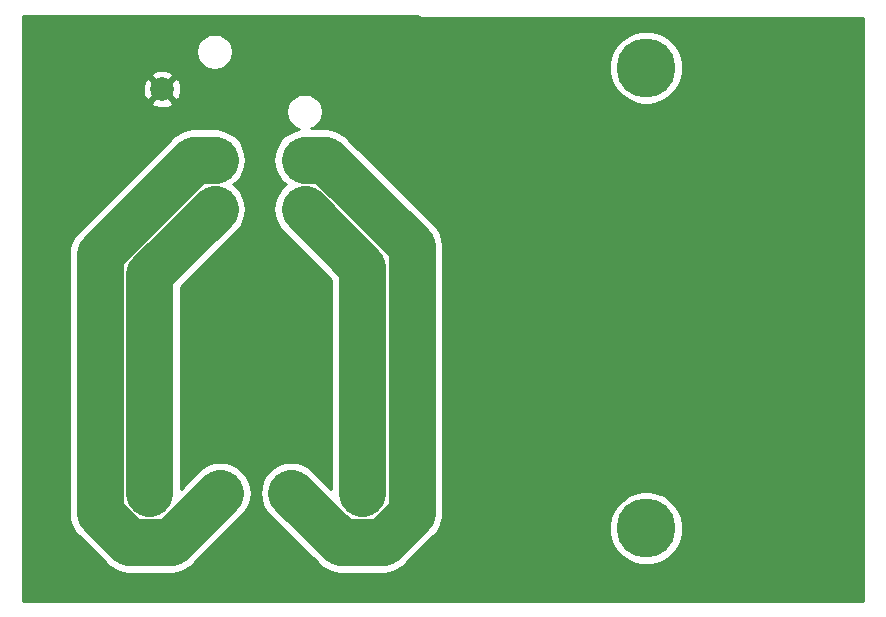
<source format=gbr>
%TF.GenerationSoftware,KiCad,Pcbnew,(5.1.10)-1*%
%TF.CreationDate,2022-11-15T17:47:35-07:00*%
%TF.ProjectId,Stepper_to_XLR4,53746570-7065-4725-9f74-6f5f584c5234,rev?*%
%TF.SameCoordinates,Original*%
%TF.FileFunction,Copper,L1,Top*%
%TF.FilePolarity,Positive*%
%FSLAX46Y46*%
G04 Gerber Fmt 4.6, Leading zero omitted, Abs format (unit mm)*
G04 Created by KiCad (PCBNEW (5.1.10)-1) date 2022-11-15 17:47:35*
%MOMM*%
%LPD*%
G01*
G04 APERTURE LIST*
%TA.AperFunction,WasherPad*%
%ADD10C,5.000000*%
%TD*%
%TA.AperFunction,ComponentPad*%
%ADD11C,2.000000*%
%TD*%
%TA.AperFunction,ComponentPad*%
%ADD12C,2.500000*%
%TD*%
%TA.AperFunction,Conductor*%
%ADD13C,4.000000*%
%TD*%
%TA.AperFunction,Conductor*%
%ADD14C,0.254000*%
%TD*%
%TA.AperFunction,Conductor*%
%ADD15C,0.100000*%
%TD*%
G04 APERTURE END LIST*
D10*
%TO.P,MH4,*%
%TO.N,*%
X19050000Y-44000000D03*
%TD*%
%TO.P,MH1,*%
%TO.N,*%
X19050000Y-5000000D03*
%TD*%
D11*
%TO.P,J1,4*%
%TO.N,Net-(J1-Pad4)*%
X-5000000Y-41000000D03*
%TO.P,J1,3*%
%TO.N,Net-(J1-Pad3)*%
X-11000000Y-41000000D03*
%TO.P,J1,2*%
%TO.N,Net-(J1-Pad2)*%
X-17000000Y-41000000D03*
%TO.P,J1,1*%
%TO.N,Net-(J1-Pad1)*%
X-23000000Y-41000000D03*
%TD*%
%TO.P,PS1,5*%
%TO.N,GND*%
X-21930000Y-6815000D03*
%TO.P,PS1,4*%
%TO.N,Net-(J1-Pad4)*%
X-9870000Y-16985000D03*
D12*
%TO.P,PS1,3*%
%TO.N,Net-(J1-Pad3)*%
X-9870000Y-13170000D03*
%TO.P,PS1,2*%
%TO.N,Net-(J1-Pad2)*%
X-17490000Y-13170000D03*
D11*
%TO.P,PS1,1*%
%TO.N,Net-(J1-Pad1)*%
X-17490000Y-16985000D03*
%TD*%
D13*
%TO.N,Net-(J1-Pad4)*%
X-5000000Y-21855000D02*
X-9870000Y-16985000D01*
X-5000000Y-41000000D02*
X-5000000Y-21855000D01*
%TO.N,Net-(J1-Pad3)*%
X-8130299Y-12784991D02*
X-9870000Y-12784991D01*
X-3260299Y-45200010D02*
X-799990Y-42739701D01*
X-6799990Y-45200010D02*
X-3260299Y-45200010D01*
X-799990Y-20115299D02*
X-8130299Y-12784991D01*
X-799990Y-42739701D02*
X-799990Y-20115299D01*
X-11000000Y-41000000D02*
X-6799990Y-45200010D01*
%TO.N,Net-(J1-Pad2)*%
X-19229701Y-12784991D02*
X-17490000Y-12784991D01*
X-27200010Y-20755299D02*
X-19229701Y-12784991D01*
X-27200010Y-42739701D02*
X-27200010Y-20755299D01*
X-24739701Y-45200010D02*
X-27200010Y-42739701D01*
X-21200010Y-45200010D02*
X-24739701Y-45200010D01*
X-17000000Y-41000000D02*
X-21200010Y-45200010D01*
%TO.N,Net-(J1-Pad1)*%
X-23000000Y-22495000D02*
X-17490000Y-16985000D01*
X-23000000Y-41000000D02*
X-23000000Y-22495000D01*
%TD*%
D14*
%TO.N,GND*%
X-292247Y-705546D02*
X-148986Y-749003D01*
X-37333Y-760000D01*
X37440001Y-760000D01*
X37440000Y-50140000D01*
X-33740000Y-50140000D01*
X-33740000Y-20755299D01*
X-29847758Y-20755299D01*
X-29835009Y-20884743D01*
X-29835010Y-42610267D01*
X-29847758Y-42739701D01*
X-29835010Y-42869135D01*
X-29835010Y-42869142D01*
X-29796883Y-43256250D01*
X-29646211Y-43752950D01*
X-29401533Y-44210711D01*
X-29072251Y-44611942D01*
X-28971704Y-44694459D01*
X-26694455Y-46971709D01*
X-26611942Y-47072251D01*
X-26210712Y-47401533D01*
X-25752951Y-47646211D01*
X-25256252Y-47796883D01*
X-25204743Y-47801956D01*
X-24869143Y-47835010D01*
X-24869136Y-47835010D01*
X-24739702Y-47847758D01*
X-24610268Y-47835010D01*
X-21329444Y-47835010D01*
X-21200010Y-47847758D01*
X-21070576Y-47835010D01*
X-21070568Y-47835010D01*
X-20683460Y-47796883D01*
X-20186760Y-47646211D01*
X-19728999Y-47401533D01*
X-19327769Y-47072251D01*
X-19245252Y-46971704D01*
X-15045245Y-42771698D01*
X-14798478Y-42471011D01*
X-14553799Y-42013250D01*
X-14403127Y-41516551D01*
X-14352252Y-41000001D01*
X-14352252Y-41000000D01*
X-13647748Y-41000000D01*
X-13596873Y-41516549D01*
X-13446201Y-42013249D01*
X-13201522Y-42471010D01*
X-12954755Y-42771697D01*
X-8754744Y-46971709D01*
X-8672231Y-47072251D01*
X-8271001Y-47401533D01*
X-7813240Y-47646211D01*
X-7316541Y-47796883D01*
X-7265032Y-47801956D01*
X-6929432Y-47835010D01*
X-6929425Y-47835010D01*
X-6799991Y-47847758D01*
X-6670557Y-47835010D01*
X-3389733Y-47835010D01*
X-3260299Y-47847758D01*
X-3130865Y-47835010D01*
X-3130857Y-47835010D01*
X-2743749Y-47796883D01*
X-2247049Y-47646211D01*
X-1789288Y-47401533D01*
X-1388058Y-47072251D01*
X-1305541Y-46971704D01*
X971710Y-44694454D01*
X1072251Y-44611942D01*
X1401533Y-44210712D01*
X1646211Y-43752951D01*
X1664934Y-43691229D01*
X15915000Y-43691229D01*
X15915000Y-44308771D01*
X16035476Y-44914446D01*
X16271799Y-45484979D01*
X16614886Y-45998446D01*
X17051554Y-46435114D01*
X17565021Y-46778201D01*
X18135554Y-47014524D01*
X18741229Y-47135000D01*
X19358771Y-47135000D01*
X19964446Y-47014524D01*
X20534979Y-46778201D01*
X21048446Y-46435114D01*
X21485114Y-45998446D01*
X21828201Y-45484979D01*
X22064524Y-44914446D01*
X22185000Y-44308771D01*
X22185000Y-43691229D01*
X22064524Y-43085554D01*
X21828201Y-42515021D01*
X21485114Y-42001554D01*
X21048446Y-41564886D01*
X20534979Y-41221799D01*
X19964446Y-40985476D01*
X19358771Y-40865000D01*
X18741229Y-40865000D01*
X18135554Y-40985476D01*
X17565021Y-41221799D01*
X17051554Y-41564886D01*
X16614886Y-42001554D01*
X16271799Y-42515021D01*
X16035476Y-43085554D01*
X15915000Y-43691229D01*
X1664934Y-43691229D01*
X1693557Y-43596873D01*
X1796883Y-43256252D01*
X1813695Y-43085554D01*
X1835010Y-42869143D01*
X1835010Y-42869136D01*
X1847758Y-42739702D01*
X1835010Y-42610268D01*
X1835010Y-20244733D01*
X1847758Y-20115299D01*
X1835010Y-19985865D01*
X1835010Y-19985857D01*
X1796883Y-19598749D01*
X1646211Y-19102049D01*
X1401533Y-18644288D01*
X1072251Y-18243058D01*
X971703Y-18160540D01*
X-6175536Y-11013303D01*
X-6258058Y-10912750D01*
X-6659288Y-10583468D01*
X-7117049Y-10338790D01*
X-7613749Y-10188118D01*
X-8000857Y-10149991D01*
X-8000865Y-10149991D01*
X-8130299Y-10137243D01*
X-8259733Y-10149991D01*
X-9299084Y-10149991D01*
X-9142905Y-10085299D01*
X-8891495Y-9917312D01*
X-8677688Y-9703505D01*
X-8509701Y-9452095D01*
X-8393989Y-9172743D01*
X-8335000Y-8876184D01*
X-8335000Y-8573816D01*
X-8393989Y-8277257D01*
X-8509701Y-7997905D01*
X-8677688Y-7746495D01*
X-8891495Y-7532688D01*
X-9142905Y-7364701D01*
X-9422257Y-7248989D01*
X-9718816Y-7190000D01*
X-10021184Y-7190000D01*
X-10317743Y-7248989D01*
X-10597095Y-7364701D01*
X-10848505Y-7532688D01*
X-11062312Y-7746495D01*
X-11230299Y-7997905D01*
X-11346011Y-8277257D01*
X-11405000Y-8573816D01*
X-11405000Y-8876184D01*
X-11346011Y-9172743D01*
X-11230299Y-9452095D01*
X-11062312Y-9703505D01*
X-10848505Y-9917312D01*
X-10597095Y-10085299D01*
X-10356108Y-10185120D01*
X-10386550Y-10188118D01*
X-10883250Y-10338790D01*
X-11341011Y-10583468D01*
X-11742241Y-10912750D01*
X-12071523Y-11313980D01*
X-12316201Y-11771741D01*
X-12466873Y-12268441D01*
X-12517749Y-12784991D01*
X-12466873Y-13301541D01*
X-12316201Y-13798241D01*
X-12071523Y-14256002D01*
X-11742241Y-14657232D01*
X-11464710Y-14884996D01*
X-11742241Y-15112759D01*
X-12071522Y-15513990D01*
X-12316201Y-15971751D01*
X-12466873Y-16468451D01*
X-12517748Y-16985000D01*
X-12466873Y-17501549D01*
X-12316201Y-17998249D01*
X-12071522Y-18456010D01*
X-11824755Y-18756697D01*
X-7634999Y-22946454D01*
X-7635000Y-40638548D01*
X-9228303Y-39045245D01*
X-9528990Y-38798478D01*
X-9986751Y-38553799D01*
X-10483451Y-38403127D01*
X-11000000Y-38352252D01*
X-11516549Y-38403127D01*
X-12013249Y-38553799D01*
X-12471010Y-38798478D01*
X-12872241Y-39127759D01*
X-13201522Y-39528990D01*
X-13446201Y-39986751D01*
X-13596873Y-40483451D01*
X-13647748Y-41000000D01*
X-14352252Y-41000000D01*
X-14403127Y-40483451D01*
X-14553799Y-39986751D01*
X-14798478Y-39528990D01*
X-15127759Y-39127759D01*
X-15528990Y-38798478D01*
X-15986751Y-38553799D01*
X-16483451Y-38403127D01*
X-17000001Y-38352252D01*
X-17516551Y-38403127D01*
X-18013250Y-38553799D01*
X-18471011Y-38798478D01*
X-18771698Y-39045245D01*
X-20365000Y-40638547D01*
X-20365000Y-23586452D01*
X-15535245Y-18756697D01*
X-15288478Y-18456011D01*
X-15043799Y-17998250D01*
X-14893127Y-17501550D01*
X-14842252Y-16985000D01*
X-14893127Y-16468450D01*
X-15043799Y-15971751D01*
X-15288478Y-15513990D01*
X-15617759Y-15112759D01*
X-15895290Y-14884996D01*
X-15617759Y-14657232D01*
X-15288477Y-14256002D01*
X-15043799Y-13798241D01*
X-14893127Y-13301541D01*
X-14842251Y-12784991D01*
X-14893127Y-12268441D01*
X-15043799Y-11771741D01*
X-15288477Y-11313980D01*
X-15617759Y-10912750D01*
X-16018989Y-10583468D01*
X-16476750Y-10338790D01*
X-16973450Y-10188118D01*
X-17360558Y-10149991D01*
X-19100268Y-10149991D01*
X-19229702Y-10137243D01*
X-19359136Y-10149991D01*
X-19359143Y-10149991D01*
X-19694743Y-10183045D01*
X-19746252Y-10188118D01*
X-19983215Y-10260000D01*
X-20242951Y-10338790D01*
X-20700712Y-10583468D01*
X-21101942Y-10912750D01*
X-21184455Y-11013292D01*
X-28971708Y-18800545D01*
X-29072250Y-18883058D01*
X-29401532Y-19284288D01*
X-29468084Y-19408799D01*
X-29646211Y-19742050D01*
X-29796883Y-20238749D01*
X-29847758Y-20755299D01*
X-33740000Y-20755299D01*
X-33740000Y-7950413D01*
X-22885808Y-7950413D01*
X-22790044Y-8214814D01*
X-22500429Y-8355704D01*
X-22188892Y-8437384D01*
X-21867405Y-8456718D01*
X-21548325Y-8412961D01*
X-21243912Y-8307795D01*
X-21069956Y-8214814D01*
X-20974192Y-7950413D01*
X-21930000Y-6994605D01*
X-22885808Y-7950413D01*
X-33740000Y-7950413D01*
X-33740000Y-6877595D01*
X-23571718Y-6877595D01*
X-23527961Y-7196675D01*
X-23422795Y-7501088D01*
X-23329814Y-7675044D01*
X-23065413Y-7770808D01*
X-22109605Y-6815000D01*
X-21750395Y-6815000D01*
X-20794587Y-7770808D01*
X-20530186Y-7675044D01*
X-20389296Y-7385429D01*
X-20307616Y-7073892D01*
X-20288282Y-6752405D01*
X-20332039Y-6433325D01*
X-20437205Y-6128912D01*
X-20530186Y-5954956D01*
X-20794587Y-5859192D01*
X-21750395Y-6815000D01*
X-22109605Y-6815000D01*
X-23065413Y-5859192D01*
X-23329814Y-5954956D01*
X-23470704Y-6244571D01*
X-23552384Y-6556108D01*
X-23571718Y-6877595D01*
X-33740000Y-6877595D01*
X-33740000Y-5679587D01*
X-22885808Y-5679587D01*
X-21930000Y-6635395D01*
X-20974192Y-5679587D01*
X-21069956Y-5415186D01*
X-21359571Y-5274296D01*
X-21671108Y-5192616D01*
X-21992595Y-5173282D01*
X-22311675Y-5217039D01*
X-22616088Y-5322205D01*
X-22790044Y-5415186D01*
X-22885808Y-5679587D01*
X-33740000Y-5679587D01*
X-33740000Y-3493816D01*
X-19025000Y-3493816D01*
X-19025000Y-3796184D01*
X-18966011Y-4092743D01*
X-18850299Y-4372095D01*
X-18682312Y-4623505D01*
X-18468505Y-4837312D01*
X-18217095Y-5005299D01*
X-17937743Y-5121011D01*
X-17641184Y-5180000D01*
X-17338816Y-5180000D01*
X-17042257Y-5121011D01*
X-16762905Y-5005299D01*
X-16511495Y-4837312D01*
X-16365412Y-4691229D01*
X15915000Y-4691229D01*
X15915000Y-5308771D01*
X16035476Y-5914446D01*
X16271799Y-6484979D01*
X16614886Y-6998446D01*
X17051554Y-7435114D01*
X17565021Y-7778201D01*
X18135554Y-8014524D01*
X18741229Y-8135000D01*
X19358771Y-8135000D01*
X19964446Y-8014524D01*
X20534979Y-7778201D01*
X21048446Y-7435114D01*
X21485114Y-6998446D01*
X21828201Y-6484979D01*
X22064524Y-5914446D01*
X22185000Y-5308771D01*
X22185000Y-4691229D01*
X22064524Y-4085554D01*
X21828201Y-3515021D01*
X21485114Y-3001554D01*
X21048446Y-2564886D01*
X20534979Y-2221799D01*
X19964446Y-1985476D01*
X19358771Y-1865000D01*
X18741229Y-1865000D01*
X18135554Y-1985476D01*
X17565021Y-2221799D01*
X17051554Y-2564886D01*
X16614886Y-3001554D01*
X16271799Y-3515021D01*
X16035476Y-4085554D01*
X15915000Y-4691229D01*
X-16365412Y-4691229D01*
X-16297688Y-4623505D01*
X-16129701Y-4372095D01*
X-16013989Y-4092743D01*
X-15955000Y-3796184D01*
X-15955000Y-3493816D01*
X-16013989Y-3197257D01*
X-16129701Y-2917905D01*
X-16297688Y-2666495D01*
X-16511495Y-2452688D01*
X-16762905Y-2284701D01*
X-17042257Y-2168989D01*
X-17338816Y-2110000D01*
X-17641184Y-2110000D01*
X-17937743Y-2168989D01*
X-18217095Y-2284701D01*
X-18468505Y-2452688D01*
X-18682312Y-2666495D01*
X-18850299Y-2917905D01*
X-18966011Y-3197257D01*
X-19025000Y-3493816D01*
X-33740000Y-3493816D01*
X-33740000Y-660000D01*
X-377456Y-660000D01*
X-292247Y-705546D01*
%TA.AperFunction,Conductor*%
D15*
G36*
X-292247Y-705546D02*
G01*
X-148986Y-749003D01*
X-37333Y-760000D01*
X37440001Y-760000D01*
X37440000Y-50140000D01*
X-33740000Y-50140000D01*
X-33740000Y-20755299D01*
X-29847758Y-20755299D01*
X-29835009Y-20884743D01*
X-29835010Y-42610267D01*
X-29847758Y-42739701D01*
X-29835010Y-42869135D01*
X-29835010Y-42869142D01*
X-29796883Y-43256250D01*
X-29646211Y-43752950D01*
X-29401533Y-44210711D01*
X-29072251Y-44611942D01*
X-28971704Y-44694459D01*
X-26694455Y-46971709D01*
X-26611942Y-47072251D01*
X-26210712Y-47401533D01*
X-25752951Y-47646211D01*
X-25256252Y-47796883D01*
X-25204743Y-47801956D01*
X-24869143Y-47835010D01*
X-24869136Y-47835010D01*
X-24739702Y-47847758D01*
X-24610268Y-47835010D01*
X-21329444Y-47835010D01*
X-21200010Y-47847758D01*
X-21070576Y-47835010D01*
X-21070568Y-47835010D01*
X-20683460Y-47796883D01*
X-20186760Y-47646211D01*
X-19728999Y-47401533D01*
X-19327769Y-47072251D01*
X-19245252Y-46971704D01*
X-15045245Y-42771698D01*
X-14798478Y-42471011D01*
X-14553799Y-42013250D01*
X-14403127Y-41516551D01*
X-14352252Y-41000001D01*
X-14352252Y-41000000D01*
X-13647748Y-41000000D01*
X-13596873Y-41516549D01*
X-13446201Y-42013249D01*
X-13201522Y-42471010D01*
X-12954755Y-42771697D01*
X-8754744Y-46971709D01*
X-8672231Y-47072251D01*
X-8271001Y-47401533D01*
X-7813240Y-47646211D01*
X-7316541Y-47796883D01*
X-7265032Y-47801956D01*
X-6929432Y-47835010D01*
X-6929425Y-47835010D01*
X-6799991Y-47847758D01*
X-6670557Y-47835010D01*
X-3389733Y-47835010D01*
X-3260299Y-47847758D01*
X-3130865Y-47835010D01*
X-3130857Y-47835010D01*
X-2743749Y-47796883D01*
X-2247049Y-47646211D01*
X-1789288Y-47401533D01*
X-1388058Y-47072251D01*
X-1305541Y-46971704D01*
X971710Y-44694454D01*
X1072251Y-44611942D01*
X1401533Y-44210712D01*
X1646211Y-43752951D01*
X1664934Y-43691229D01*
X15915000Y-43691229D01*
X15915000Y-44308771D01*
X16035476Y-44914446D01*
X16271799Y-45484979D01*
X16614886Y-45998446D01*
X17051554Y-46435114D01*
X17565021Y-46778201D01*
X18135554Y-47014524D01*
X18741229Y-47135000D01*
X19358771Y-47135000D01*
X19964446Y-47014524D01*
X20534979Y-46778201D01*
X21048446Y-46435114D01*
X21485114Y-45998446D01*
X21828201Y-45484979D01*
X22064524Y-44914446D01*
X22185000Y-44308771D01*
X22185000Y-43691229D01*
X22064524Y-43085554D01*
X21828201Y-42515021D01*
X21485114Y-42001554D01*
X21048446Y-41564886D01*
X20534979Y-41221799D01*
X19964446Y-40985476D01*
X19358771Y-40865000D01*
X18741229Y-40865000D01*
X18135554Y-40985476D01*
X17565021Y-41221799D01*
X17051554Y-41564886D01*
X16614886Y-42001554D01*
X16271799Y-42515021D01*
X16035476Y-43085554D01*
X15915000Y-43691229D01*
X1664934Y-43691229D01*
X1693557Y-43596873D01*
X1796883Y-43256252D01*
X1813695Y-43085554D01*
X1835010Y-42869143D01*
X1835010Y-42869136D01*
X1847758Y-42739702D01*
X1835010Y-42610268D01*
X1835010Y-20244733D01*
X1847758Y-20115299D01*
X1835010Y-19985865D01*
X1835010Y-19985857D01*
X1796883Y-19598749D01*
X1646211Y-19102049D01*
X1401533Y-18644288D01*
X1072251Y-18243058D01*
X971703Y-18160540D01*
X-6175536Y-11013303D01*
X-6258058Y-10912750D01*
X-6659288Y-10583468D01*
X-7117049Y-10338790D01*
X-7613749Y-10188118D01*
X-8000857Y-10149991D01*
X-8000865Y-10149991D01*
X-8130299Y-10137243D01*
X-8259733Y-10149991D01*
X-9299084Y-10149991D01*
X-9142905Y-10085299D01*
X-8891495Y-9917312D01*
X-8677688Y-9703505D01*
X-8509701Y-9452095D01*
X-8393989Y-9172743D01*
X-8335000Y-8876184D01*
X-8335000Y-8573816D01*
X-8393989Y-8277257D01*
X-8509701Y-7997905D01*
X-8677688Y-7746495D01*
X-8891495Y-7532688D01*
X-9142905Y-7364701D01*
X-9422257Y-7248989D01*
X-9718816Y-7190000D01*
X-10021184Y-7190000D01*
X-10317743Y-7248989D01*
X-10597095Y-7364701D01*
X-10848505Y-7532688D01*
X-11062312Y-7746495D01*
X-11230299Y-7997905D01*
X-11346011Y-8277257D01*
X-11405000Y-8573816D01*
X-11405000Y-8876184D01*
X-11346011Y-9172743D01*
X-11230299Y-9452095D01*
X-11062312Y-9703505D01*
X-10848505Y-9917312D01*
X-10597095Y-10085299D01*
X-10356108Y-10185120D01*
X-10386550Y-10188118D01*
X-10883250Y-10338790D01*
X-11341011Y-10583468D01*
X-11742241Y-10912750D01*
X-12071523Y-11313980D01*
X-12316201Y-11771741D01*
X-12466873Y-12268441D01*
X-12517749Y-12784991D01*
X-12466873Y-13301541D01*
X-12316201Y-13798241D01*
X-12071523Y-14256002D01*
X-11742241Y-14657232D01*
X-11464710Y-14884996D01*
X-11742241Y-15112759D01*
X-12071522Y-15513990D01*
X-12316201Y-15971751D01*
X-12466873Y-16468451D01*
X-12517748Y-16985000D01*
X-12466873Y-17501549D01*
X-12316201Y-17998249D01*
X-12071522Y-18456010D01*
X-11824755Y-18756697D01*
X-7634999Y-22946454D01*
X-7635000Y-40638548D01*
X-9228303Y-39045245D01*
X-9528990Y-38798478D01*
X-9986751Y-38553799D01*
X-10483451Y-38403127D01*
X-11000000Y-38352252D01*
X-11516549Y-38403127D01*
X-12013249Y-38553799D01*
X-12471010Y-38798478D01*
X-12872241Y-39127759D01*
X-13201522Y-39528990D01*
X-13446201Y-39986751D01*
X-13596873Y-40483451D01*
X-13647748Y-41000000D01*
X-14352252Y-41000000D01*
X-14403127Y-40483451D01*
X-14553799Y-39986751D01*
X-14798478Y-39528990D01*
X-15127759Y-39127759D01*
X-15528990Y-38798478D01*
X-15986751Y-38553799D01*
X-16483451Y-38403127D01*
X-17000001Y-38352252D01*
X-17516551Y-38403127D01*
X-18013250Y-38553799D01*
X-18471011Y-38798478D01*
X-18771698Y-39045245D01*
X-20365000Y-40638547D01*
X-20365000Y-23586452D01*
X-15535245Y-18756697D01*
X-15288478Y-18456011D01*
X-15043799Y-17998250D01*
X-14893127Y-17501550D01*
X-14842252Y-16985000D01*
X-14893127Y-16468450D01*
X-15043799Y-15971751D01*
X-15288478Y-15513990D01*
X-15617759Y-15112759D01*
X-15895290Y-14884996D01*
X-15617759Y-14657232D01*
X-15288477Y-14256002D01*
X-15043799Y-13798241D01*
X-14893127Y-13301541D01*
X-14842251Y-12784991D01*
X-14893127Y-12268441D01*
X-15043799Y-11771741D01*
X-15288477Y-11313980D01*
X-15617759Y-10912750D01*
X-16018989Y-10583468D01*
X-16476750Y-10338790D01*
X-16973450Y-10188118D01*
X-17360558Y-10149991D01*
X-19100268Y-10149991D01*
X-19229702Y-10137243D01*
X-19359136Y-10149991D01*
X-19359143Y-10149991D01*
X-19694743Y-10183045D01*
X-19746252Y-10188118D01*
X-19983215Y-10260000D01*
X-20242951Y-10338790D01*
X-20700712Y-10583468D01*
X-21101942Y-10912750D01*
X-21184455Y-11013292D01*
X-28971708Y-18800545D01*
X-29072250Y-18883058D01*
X-29401532Y-19284288D01*
X-29468084Y-19408799D01*
X-29646211Y-19742050D01*
X-29796883Y-20238749D01*
X-29847758Y-20755299D01*
X-33740000Y-20755299D01*
X-33740000Y-7950413D01*
X-22885808Y-7950413D01*
X-22790044Y-8214814D01*
X-22500429Y-8355704D01*
X-22188892Y-8437384D01*
X-21867405Y-8456718D01*
X-21548325Y-8412961D01*
X-21243912Y-8307795D01*
X-21069956Y-8214814D01*
X-20974192Y-7950413D01*
X-21930000Y-6994605D01*
X-22885808Y-7950413D01*
X-33740000Y-7950413D01*
X-33740000Y-6877595D01*
X-23571718Y-6877595D01*
X-23527961Y-7196675D01*
X-23422795Y-7501088D01*
X-23329814Y-7675044D01*
X-23065413Y-7770808D01*
X-22109605Y-6815000D01*
X-21750395Y-6815000D01*
X-20794587Y-7770808D01*
X-20530186Y-7675044D01*
X-20389296Y-7385429D01*
X-20307616Y-7073892D01*
X-20288282Y-6752405D01*
X-20332039Y-6433325D01*
X-20437205Y-6128912D01*
X-20530186Y-5954956D01*
X-20794587Y-5859192D01*
X-21750395Y-6815000D01*
X-22109605Y-6815000D01*
X-23065413Y-5859192D01*
X-23329814Y-5954956D01*
X-23470704Y-6244571D01*
X-23552384Y-6556108D01*
X-23571718Y-6877595D01*
X-33740000Y-6877595D01*
X-33740000Y-5679587D01*
X-22885808Y-5679587D01*
X-21930000Y-6635395D01*
X-20974192Y-5679587D01*
X-21069956Y-5415186D01*
X-21359571Y-5274296D01*
X-21671108Y-5192616D01*
X-21992595Y-5173282D01*
X-22311675Y-5217039D01*
X-22616088Y-5322205D01*
X-22790044Y-5415186D01*
X-22885808Y-5679587D01*
X-33740000Y-5679587D01*
X-33740000Y-3493816D01*
X-19025000Y-3493816D01*
X-19025000Y-3796184D01*
X-18966011Y-4092743D01*
X-18850299Y-4372095D01*
X-18682312Y-4623505D01*
X-18468505Y-4837312D01*
X-18217095Y-5005299D01*
X-17937743Y-5121011D01*
X-17641184Y-5180000D01*
X-17338816Y-5180000D01*
X-17042257Y-5121011D01*
X-16762905Y-5005299D01*
X-16511495Y-4837312D01*
X-16365412Y-4691229D01*
X15915000Y-4691229D01*
X15915000Y-5308771D01*
X16035476Y-5914446D01*
X16271799Y-6484979D01*
X16614886Y-6998446D01*
X17051554Y-7435114D01*
X17565021Y-7778201D01*
X18135554Y-8014524D01*
X18741229Y-8135000D01*
X19358771Y-8135000D01*
X19964446Y-8014524D01*
X20534979Y-7778201D01*
X21048446Y-7435114D01*
X21485114Y-6998446D01*
X21828201Y-6484979D01*
X22064524Y-5914446D01*
X22185000Y-5308771D01*
X22185000Y-4691229D01*
X22064524Y-4085554D01*
X21828201Y-3515021D01*
X21485114Y-3001554D01*
X21048446Y-2564886D01*
X20534979Y-2221799D01*
X19964446Y-1985476D01*
X19358771Y-1865000D01*
X18741229Y-1865000D01*
X18135554Y-1985476D01*
X17565021Y-2221799D01*
X17051554Y-2564886D01*
X16614886Y-3001554D01*
X16271799Y-3515021D01*
X16035476Y-4085554D01*
X15915000Y-4691229D01*
X-16365412Y-4691229D01*
X-16297688Y-4623505D01*
X-16129701Y-4372095D01*
X-16013989Y-4092743D01*
X-15955000Y-3796184D01*
X-15955000Y-3493816D01*
X-16013989Y-3197257D01*
X-16129701Y-2917905D01*
X-16297688Y-2666495D01*
X-16511495Y-2452688D01*
X-16762905Y-2284701D01*
X-17042257Y-2168989D01*
X-17338816Y-2110000D01*
X-17641184Y-2110000D01*
X-17937743Y-2168989D01*
X-18217095Y-2284701D01*
X-18468505Y-2452688D01*
X-18682312Y-2666495D01*
X-18850299Y-2917905D01*
X-18966011Y-3197257D01*
X-19025000Y-3493816D01*
X-33740000Y-3493816D01*
X-33740000Y-660000D01*
X-377456Y-660000D01*
X-292247Y-705546D01*
G37*
%TD.AperFunction*%
%TD*%
M02*

</source>
